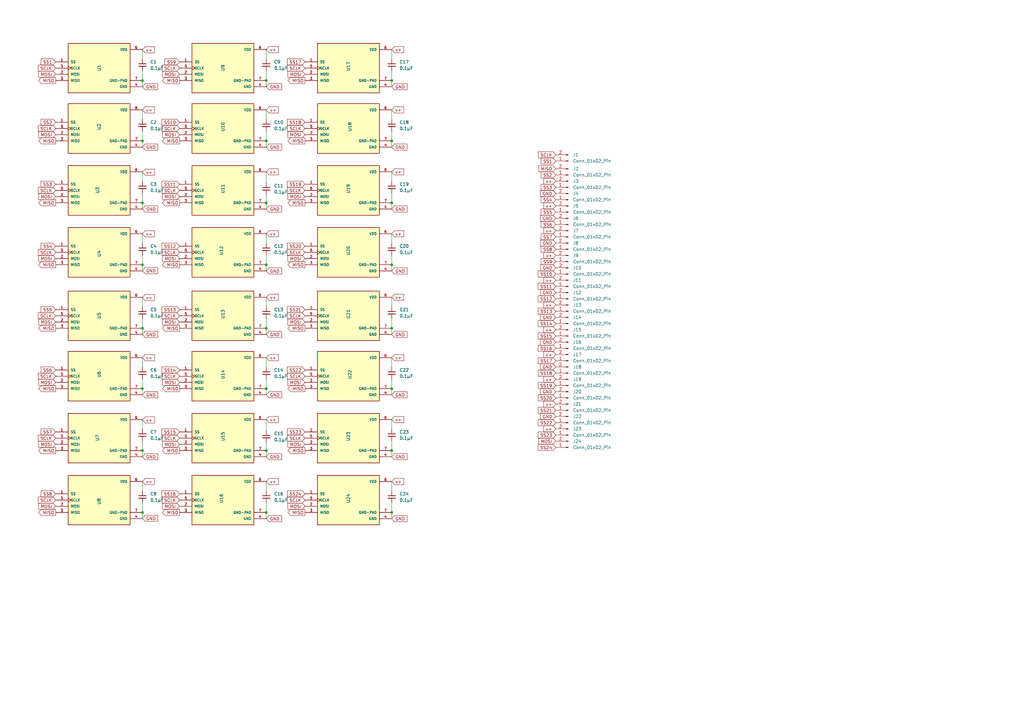
<source format=kicad_sch>
(kicad_sch (version 20230121) (generator eeschema)
  (paper "A3")
  (title_block (title "Magnetometer Array Board"))
  (lib_symbols
    (symbol "Connector:Conn_01x02_Pin" (pin_names (offset 1.016) hide)
      (property "Reference" "J" (at 0 2.54 0))
      (property "Value" "Conn_01x02_Pin" (at 0 -5.08 0))
      (symbol "Conn_01x02_Pin_1_1"
        (polyline (pts (xy 1.27 -2.54) (xy 0.8636 -2.54)) (stroke (width 0.1524)))
        (polyline (pts (xy 1.27 0) (xy 0.8636 0)) (stroke (width 0.1524)))
        (rectangle (start 0.8636 -2.413) (end 0 -2.667) (stroke (width 0.1524)) (fill (type outline)))
        (rectangle (start 0.8636 0.127) (end 0 -0.127) (stroke (width 0.1524)) (fill (type outline)))
        (pin passive line (at 5.08 0 180) (length 3.81) (name "Pin_1") (number "1"))
        (pin passive line (at 5.08 -2.54 180) (length 3.81) (name "Pin_2") (number "2"))
      )
    )
    (symbol "Device:C_Small" (pin_numbers hide) (pin_names (offset 0.254) hide)
      (property "Reference" "C" (at 0.254 1.778 0))
      (property "Value" "C_Small" (at 0.254 -2.032 0))
      (symbol "C_Small_0_1"
        (polyline (pts (xy -1.524 -0.508) (xy 1.524 -0.508)) (stroke (width 0.3302)))
        (polyline (pts (xy -1.524 0.508) (xy 1.524 0.508)) (stroke (width 0.3048)))
      )
      (symbol "C_Small_1_1"
        (pin passive line (at 0 2.54 270) (length 2.032) (name "~") (number "1"))
        (pin passive line (at 0 -2.54 90) (length 2.032) (name "~") (number "2"))
      )
    )
    (symbol "SM225-10E:SM225-10E" (pin_names (offset 1.016))
      (property "Reference" "U" (at -12.7 10.922 0))
      (property "Value" "SM225-10E" (at -12.7 -12.7 0))
      (symbol "SM225-10E_0_0"
        (rectangle (start -12.7 -10.16) (end 12.7 10.16) (stroke (width 0.254)) (fill (type background)))
        (pin input line (at -17.78 2.54 0) (length 5.08) (name "SS") (number "1"))
        (pin input line (at -17.78 -2.54 0) (length 5.08) (name "MOSI") (number "2"))
        (pin output line (at -17.78 -5.08 0) (length 5.08) (name "MISO") (number "3"))
        (pin power_in line (at 17.78 -7.62 180) (length 5.08) (name "GND") (number "4"))
        (pin input clock (at -17.78 0 0) (length 5.08) (name "SCLK") (number "5"))
        (pin power_in line (at 17.78 7.62 180) (length 5.08) (name "VDD") (number "6"))
        (pin power_in line (at 17.78 -5.08 180) (length 5.08) (name "GND-PAD") (number "7"))
      )
    )
  )
  (junction (at 58.42 134.62))
  (junction (at 58.42 108.585))
  (junction (at 58.42 159.385))
  (junction (at 58.42 57.785))
  (junction (at 109.22 134.62))
  (junction (at 109.22 108.585))
  (junction (at 160.655 159.385))
  (junction (at 160.655 184.785))
  (junction (at 160.655 210.185))
  (junction (at 109.22 57.785))
  (junction (at 109.22 83.185))
  (junction (at 58.42 33.02))
  (junction (at 160.655 33.02))
  (junction (at 109.22 159.385))
  (junction (at 160.655 83.185))
  (junction (at 109.22 33.02))
  (junction (at 160.655 57.785))
  (junction (at 58.42 210.185))
  (junction (at 109.22 210.185))
  (junction (at 58.42 83.185))
  (junction (at 160.655 108.585))
  (junction (at 109.22 184.785))
  (junction (at 58.42 184.785))
  (junction (at 160.655 134.62))
  (wire (pts (xy 160.655 83.185) (xy 160.655 85.725)))
  (wire (pts (xy 160.655 172.085) (xy 160.655 175.895)))
  (wire (pts (xy 160.655 95.885) (xy 160.655 99.695)))
  (wire (pts (xy 160.655 130.81) (xy 160.655 134.62)))
  (wire (pts (xy 109.22 159.385) (xy 109.22 161.925)))
  (wire (pts (xy 109.22 70.485) (xy 109.22 74.93)))
  (wire (pts (xy 109.22 104.775) (xy 109.22 108.585)))
  (wire (pts (xy 160.655 20.32) (xy 160.655 24.13)))
  (wire (pts (xy 160.655 184.785) (xy 160.655 187.325)))
  (wire (pts (xy 58.42 197.485) (xy 58.42 201.295)))
  (wire (pts (xy 58.42 29.21) (xy 58.42 33.02)))
  (wire (pts (xy 160.655 70.485) (xy 160.655 74.295)))
  (wire (pts (xy 58.42 57.785) (xy 58.42 60.325)))
  (wire (pts (xy 160.655 210.185) (xy 160.655 212.725)))
  (wire (pts (xy 109.22 20.32) (xy 109.22 24.13)))
  (wire (pts (xy 160.655 197.485) (xy 160.655 201.295)))
  (wire (pts (xy 160.655 104.775) (xy 160.655 108.585)))
  (wire (pts (xy 160.655 206.375) (xy 160.655 210.185)))
  (wire (pts (xy 58.42 53.975) (xy 58.42 57.785)))
  (wire (pts (xy 58.42 172.085) (xy 58.42 175.895)))
  (wire (pts (xy 109.22 172.085) (xy 109.22 176.53)))
  (wire (pts (xy 109.22 83.185) (xy 109.22 85.725)))
  (wire (pts (xy 109.22 29.21) (xy 109.22 33.02)))
  (wire (pts (xy 58.42 130.81) (xy 58.42 134.62)))
  (wire (pts (xy 160.655 108.585) (xy 160.655 111.125)))
  (wire (pts (xy 109.22 197.485) (xy 109.22 201.295)))
  (wire (pts (xy 58.42 95.885) (xy 58.42 99.695)))
  (wire (pts (xy 160.655 79.375) (xy 160.655 83.185)))
  (wire (pts (xy 109.22 108.585) (xy 109.22 111.125)))
  (wire (pts (xy 109.22 210.185) (xy 109.22 212.725)))
  (wire (pts (xy 58.42 134.62) (xy 58.42 137.16)))
  (wire (pts (xy 160.655 146.685) (xy 160.655 150.495)))
  (wire (pts (xy 160.655 155.575) (xy 160.655 159.385)))
  (wire (pts (xy 109.22 146.685) (xy 109.22 150.495)))
  (wire (pts (xy 58.42 180.975) (xy 58.42 184.785)))
  (wire (pts (xy 160.655 53.975) (xy 160.655 57.785)))
  (wire (pts (xy 109.22 181.61) (xy 109.22 184.785)))
  (wire (pts (xy 160.655 45.085) (xy 160.655 48.895)))
  (wire (pts (xy 58.42 108.585) (xy 58.42 111.125)))
  (wire (pts (xy 109.22 134.62) (xy 109.22 137.16)))
  (wire (pts (xy 58.42 210.185) (xy 58.42 212.725)))
  (wire (pts (xy 58.42 33.02) (xy 58.42 35.56)))
  (wire (pts (xy 58.42 184.785) (xy 58.42 187.325)))
  (wire (pts (xy 109.22 206.375) (xy 109.22 210.185)))
  (wire (pts (xy 58.42 159.385) (xy 58.42 161.925)))
  (wire (pts (xy 160.655 159.385) (xy 160.655 161.925)))
  (wire (pts (xy 109.22 121.92) (xy 109.22 125.73)))
  (wire (pts (xy 58.42 104.775) (xy 58.42 108.585)))
  (wire (pts (xy 58.42 79.375) (xy 58.42 83.185)))
  (wire (pts (xy 58.42 45.085) (xy 58.42 48.895)))
  (wire (pts (xy 160.655 180.975) (xy 160.655 184.785)))
  (wire (pts (xy 109.22 45.085) (xy 109.22 48.895)))
  (wire (pts (xy 160.655 121.92) (xy 160.655 125.73)))
  (wire (pts (xy 109.22 95.885) (xy 109.22 99.695)))
  (wire (pts (xy 160.655 57.785) (xy 160.655 60.325)))
  (wire (pts (xy 109.22 130.81) (xy 109.22 134.62)))
  (wire (pts (xy 58.42 206.375) (xy 58.42 210.185)))
  (wire (pts (xy 58.42 121.92) (xy 58.42 125.73)))
  (wire (pts (xy 109.22 80.01) (xy 109.22 83.185)))
  (wire (pts (xy 160.655 33.02) (xy 160.655 35.56)))
  (wire (pts (xy 58.42 70.485) (xy 58.42 74.295)))
  (wire (pts (xy 109.22 155.575) (xy 109.22 159.385)))
  (wire (pts (xy 109.22 184.785) (xy 109.22 187.325)))
  (wire (pts (xy 58.42 146.685) (xy 58.42 150.495)))
  (wire (pts (xy 160.655 29.21) (xy 160.655 33.02)))
  (wire (pts (xy 58.42 155.575) (xy 58.42 159.385)))
  (wire (pts (xy 160.655 134.62) (xy 160.655 137.16)))
  (wire (pts (xy 109.22 33.02) (xy 109.22 35.56)))
  (wire (pts (xy 58.42 20.32) (xy 58.42 24.13)))
  (wire (pts (xy 109.22 53.975) (xy 109.22 57.785)))
  (wire (pts (xy 109.22 57.785) (xy 109.22 60.325)))
  (wire (pts (xy 58.42 83.185) (xy 58.42 85.725)))
  (global_label "GND" (shape input) (at 58.42 137.16 0) (property "Intersheetrefs" "${INTERSHEET_REFS}" (effects hide)))
  (global_label "v+" (shape input) (at 227.965 74.295 180) (property "Intersheetrefs" "${INTERSHEET_REFS}" (effects hide)))
  (global_label "SS14" (shape input) (at 227.965 132.715 180) (property "Intersheetrefs" "${INTERSHEET_REFS}" (effects hide)))
  (global_label "MOSI" (shape input) (at 125.095 156.845 180) (property "Intersheetrefs" "${INTERSHEET_REFS}" (effects hide)))
  (global_label "GND" (shape input) (at 160.655 161.925 0) (property "Intersheetrefs" "${INTERSHEET_REFS}" (effects hide)))
  (global_label "SS3" (shape input) (at 227.965 76.835 180) (property "Intersheetrefs" "${INTERSHEET_REFS}" (effects hide)))
  (global_label "v+" (shape input) (at 58.42 197.485 0) (property "Intersheetrefs" "${INTERSHEET_REFS}" (effects hide)))
  (global_label "SCLK" (shape input) (at 22.86 78.105 180) (property "Intersheetrefs" "${INTERSHEET_REFS}" (effects hide)))
  (global_label "SCLK" (shape input) (at 73.66 52.705 180) (property "Intersheetrefs" "${INTERSHEET_REFS}" (effects hide)))
  (global_label "GND" (shape input) (at 109.22 187.325 0) (property "Intersheetrefs" "${INTERSHEET_REFS}" (effects hide)))
  (global_label "MISO" (shape output) (at 125.095 134.62 180) (property "Intersheetrefs" "${INTERSHEET_REFS}" (effects hide)))
  (global_label "GND" (shape input) (at 227.965 89.535 180) (property "Intersheetrefs" "${INTERSHEET_REFS}" (effects hide)))
  (global_label "SS23" (shape input) (at 125.095 177.165 180) (property "Intersheetrefs" "${INTERSHEET_REFS}" (effects hide)))
  (global_label "MOSI" (shape input) (at 73.66 106.045 180) (property "Intersheetrefs" "${INTERSHEET_REFS}" (effects hide)))
  (global_label "SS1" (shape input) (at 22.86 25.4 180) (property "Intersheetrefs" "${INTERSHEET_REFS}" (effects hide)))
  (global_label "v+" (shape input) (at 227.965 114.935 180) (property "Intersheetrefs" "${INTERSHEET_REFS}" (effects hide)))
  (global_label "SS11" (shape input) (at 227.965 117.475 180) (property "Intersheetrefs" "${INTERSHEET_REFS}" (effects hide)))
  (global_label "SCLK" (shape input) (at 125.095 27.94 180) (property "Intersheetrefs" "${INTERSHEET_REFS}" (effects hide)))
  (global_label "GND" (shape input) (at 58.42 187.325 0) (property "Intersheetrefs" "${INTERSHEET_REFS}" (effects hide)))
  (global_label "GND" (shape input) (at 227.965 140.335 180) (property "Intersheetrefs" "${INTERSHEET_REFS}" (effects hide)))
  (global_label "SS23" (shape input) (at 227.965 178.435 180) (property "Intersheetrefs" "${INTERSHEET_REFS}" (effects hide)))
  (global_label "GND" (shape input) (at 58.42 161.925 0) (property "Intersheetrefs" "${INTERSHEET_REFS}" (effects hide)))
  (global_label "SS6" (shape input) (at 227.965 92.075 180) (property "Intersheetrefs" "${INTERSHEET_REFS}" (effects hide)))
  (global_label "SS9" (shape input) (at 227.965 107.315 180) (property "Intersheetrefs" "${INTERSHEET_REFS}" (effects hide)))
  (global_label "MISO" (shape output) (at 73.66 33.02 180) (property "Intersheetrefs" "${INTERSHEET_REFS}" (effects hide)))
  (global_label "SCLK" (shape input) (at 22.86 205.105 180) (property "Intersheetrefs" "${INTERSHEET_REFS}" (effects hide)))
  (global_label "SS18" (shape input) (at 125.095 50.165 180) (property "Intersheetrefs" "${INTERSHEET_REFS}" (effects hide)))
  (global_label "v+" (shape input) (at 109.22 70.485 0) (property "Intersheetrefs" "${INTERSHEET_REFS}" (effects hide)))
  (global_label "GND" (shape input) (at 109.22 60.325 0) (property "Intersheetrefs" "${INTERSHEET_REFS}" (effects hide)))
  (global_label "v+" (shape input) (at 109.22 172.085 0) (property "Intersheetrefs" "${INTERSHEET_REFS}" (effects hide)))
  (global_label "SCLK" (shape input) (at 125.095 103.505 180) (property "Intersheetrefs" "${INTERSHEET_REFS}" (effects hide)))
  (global_label "MISO" (shape output) (at 73.66 184.785 180) (property "Intersheetrefs" "${INTERSHEET_REFS}" (effects hide)))
  (global_label "v+" (shape input) (at 227.965 84.455 180) (property "Intersheetrefs" "${INTERSHEET_REFS}" (effects hide)))
  (global_label "MISO" (shape output) (at 22.86 159.385 180) (property "Intersheetrefs" "${INTERSHEET_REFS}" (effects hide)))
  (global_label "MISO" (shape output) (at 73.66 134.62 180) (property "Intersheetrefs" "${INTERSHEET_REFS}" (effects hide)))
  (global_label "SS21" (shape input) (at 125.095 127 180) (property "Intersheetrefs" "${INTERSHEET_REFS}" (effects hide)))
  (global_label "MISO" (shape output) (at 125.095 210.185 180) (property "Intersheetrefs" "${INTERSHEET_REFS}" (effects hide)))
  (global_label "MOSI" (shape input) (at 73.66 207.645 180) (property "Intersheetrefs" "${INTERSHEET_REFS}" (effects hide)))
  (global_label "SCLK" (shape input) (at 22.86 27.94 180) (property "Intersheetrefs" "${INTERSHEET_REFS}" (effects hide)))
  (global_label "SS7" (shape input) (at 22.86 177.165 180) (property "Intersheetrefs" "${INTERSHEET_REFS}" (effects hide)))
  (global_label "SS20" (shape input) (at 125.095 100.965 180) (property "Intersheetrefs" "${INTERSHEET_REFS}" (effects hide)))
  (global_label "MOSI" (shape input) (at 73.66 132.08 180) (property "Intersheetrefs" "${INTERSHEET_REFS}" (effects hide)))
  (global_label "MOSI" (shape input) (at 22.86 55.245 180) (property "Intersheetrefs" "${INTERSHEET_REFS}" (effects hide)))
  (global_label "MISO" (shape output) (at 22.86 83.185 180) (property "Intersheetrefs" "${INTERSHEET_REFS}" (effects hide)))
  (global_label "SS13" (shape input) (at 227.965 127.635 180) (property "Intersheetrefs" "${INTERSHEET_REFS}" (effects hide)))
  (global_label "GND" (shape input) (at 160.655 60.325 0) (property "Intersheetrefs" "${INTERSHEET_REFS}" (effects hide)))
  (global_label "GND" (shape input) (at 109.22 85.725 0) (property "Intersheetrefs" "${INTERSHEET_REFS}" (effects hide)))
  (global_label "MOSI" (shape input) (at 73.66 55.245 180) (property "Intersheetrefs" "${INTERSHEET_REFS}" (effects hide)))
  (global_label "MOSI" (shape input) (at 73.66 156.845 180) (property "Intersheetrefs" "${INTERSHEET_REFS}" (effects hide)))
  (global_label "SS2" (shape input) (at 22.86 50.165 180) (property "Intersheetrefs" "${INTERSHEET_REFS}" (effects hide)))
  (global_label "GND" (shape input) (at 58.42 110.9806 0) (property "Intersheetrefs" "${INTERSHEET_REFS}" (effects hide)))
  (global_label "SS13" (shape input) (at 73.66 127 180) (property "Intersheetrefs" "${INTERSHEET_REFS}" (effects hide)))
  (global_label "v+" (shape input) (at 160.655 197.485 0) (property "Intersheetrefs" "${INTERSHEET_REFS}" (effects hide)))
  (global_label "SS16" (shape input) (at 73.66 202.565 180) (property "Intersheetrefs" "${INTERSHEET_REFS}" (effects hide)))
  (global_label "MOSI" (shape input) (at 125.095 80.645 180) (property "Intersheetrefs" "${INTERSHEET_REFS}" (effects hide)))
  (global_label "GND" (shape input) (at 227.965 170.815 180) (property "Intersheetrefs" "${INTERSHEET_REFS}" (effects hide)))
  (global_label "v+" (shape input) (at 227.965 125.095 180) (property "Intersheetrefs" "${INTERSHEET_REFS}" (effects hide)))
  (global_label "MOSI" (shape input) (at 22.86 106.045 180) (property "Intersheetrefs" "${INTERSHEET_REFS}" (effects hide)))
  (global_label "MISO" (shape output) (at 73.66 108.585 180) (property "Intersheetrefs" "${INTERSHEET_REFS}" (effects hide)))
  (global_label "GND" (shape input) (at 227.965 99.695 180) (property "Intersheetrefs" "${INTERSHEET_REFS}" (effects hide)))
  (global_label "GND" (shape input) (at 58.42 85.725 0) (property "Intersheetrefs" "${INTERSHEET_REFS}" (effects hide)))
  (global_label "GND" (shape input) (at 227.965 79.375 180) (property "Intersheetrefs" "${INTERSHEET_REFS}" (effects hide)))
  (global_label "v+" (shape input) (at 227.965 94.615 180) (property "Intersheetrefs" "${INTERSHEET_REFS}" (effects hide)))
  (global_label "SS18" (shape input) (at 227.965 153.035 180) (property "Intersheetrefs" "${INTERSHEET_REFS}" (effects hide)))
  (global_label "MOSI" (shape input) (at 22.86 30.48 180) (property "Intersheetrefs" "${INTERSHEET_REFS}" (effects hide)))
  (global_label "SS19" (shape input) (at 227.965 158.115 180) (property "Intersheetrefs" "${INTERSHEET_REFS}" (effects hide)))
  (global_label "v+" (shape input) (at 160.655 20.32 0) (property "Intersheetrefs" "${INTERSHEET_REFS}" (effects hide)))
  (global_label "GND" (shape input) (at 160.655 137.16 0) (property "Intersheetrefs" "${INTERSHEET_REFS}" (effects hide)))
  (global_label "MISO" (shape output) (at 22.86 210.185 180) (property "Intersheetrefs" "${INTERSHEET_REFS}" (effects hide)))
  (global_label "MOSI" (shape input) (at 22.86 132.08 180) (property "Intersheetrefs" "${INTERSHEET_REFS}" (effects hide)))
  (global_label "MISO" (shape output) (at 22.86 184.785 180) (property "Intersheetrefs" "${INTERSHEET_REFS}" (effects hide)))
  (global_label "SS10" (shape input) (at 227.965 112.395 180) (property "Intersheetrefs" "${INTERSHEET_REFS}" (effects hide)))
  (global_label "MOSI" (shape input) (at 227.965 180.975 180) (property "Intersheetrefs" "${INTERSHEET_REFS}" (effects hide)))
  (global_label "MISO" (shape output) (at 125.095 184.785 180) (property "Intersheetrefs" "${INTERSHEET_REFS}" (effects hide)))
  (global_label "MISO" (shape output) (at 73.66 83.185 180) (property "Intersheetrefs" "${INTERSHEET_REFS}" (effects hide)))
  (global_label "SCLK" (shape input) (at 125.095 129.54 180) (property "Intersheetrefs" "${INTERSHEET_REFS}" (effects hide)))
  (global_label "MISO" (shape output) (at 125.095 108.585 180) (property "Intersheetrefs" "${INTERSHEET_REFS}" (effects hide)))
  (global_label "SS11" (shape input) (at 73.66 75.565 180) (property "Intersheetrefs" "${INTERSHEET_REFS}" (effects hide)))
  (global_label "v+" (shape input) (at 160.655 172.085 0) (property "Intersheetrefs" "${INTERSHEET_REFS}" (effects hide)))
  (global_label "GND" (shape input) (at 227.965 120.015 180) (property "Intersheetrefs" "${INTERSHEET_REFS}" (effects hide)))
  (global_label "SS16" (shape input) (at 227.965 142.875 180) (property "Intersheetrefs" "${INTERSHEET_REFS}" (effects hide)))
  (global_label "v+" (shape input) (at 160.655 146.685 0) (property "Intersheetrefs" "${INTERSHEET_REFS}" (effects hide)))
  (global_label "MISO" (shape output) (at 22.86 57.785 180) (property "Intersheetrefs" "${INTERSHEET_REFS}" (effects hide)))
  (global_label "GND" (shape input) (at 109.22 35.56 0) (property "Intersheetrefs" "${INTERSHEET_REFS}" (effects hide)))
  (global_label "SS4" (shape input) (at 22.86 100.965 180) (property "Intersheetrefs" "${INTERSHEET_REFS}" (effects hide)))
  (global_label "SCLK" (shape input) (at 22.86 129.54 180) (property "Intersheetrefs" "${INTERSHEET_REFS}" (effects hide)))
  (global_label "MOSI" (shape input) (at 22.86 182.245 180) (property "Intersheetrefs" "${INTERSHEET_REFS}" (effects hide)))
  (global_label "v+" (shape input) (at 227.965 135.255 180) (property "Intersheetrefs" "${INTERSHEET_REFS}" (effects hide)))
  (global_label "MOSI" (shape input) (at 125.095 30.48 180) (property "Intersheetrefs" "${INTERSHEET_REFS}" (effects hide)))
  (global_label "MOSI" (shape input) (at 22.86 156.845 180) (property "Intersheetrefs" "${INTERSHEET_REFS}" (effects hide)))
  (global_label "GND" (shape input) (at 109.22 111.125 0) (property "Intersheetrefs" "${INTERSHEET_REFS}" (effects hide)))
  (global_label "v+" (shape input) (at 160.655 95.885 0) (property "Intersheetrefs" "${INTERSHEET_REFS}" (effects hide)))
  (global_label "SCLK" (shape input) (at 22.86 52.705 180) (property "Intersheetrefs" "${INTERSHEET_REFS}" (effects hide)))
  (global_label "MISO" (shape output) (at 73.66 57.785 180) (property "Intersheetrefs" "${INTERSHEET_REFS}" (effects hide)))
  (global_label "SCLK" (shape input) (at 125.095 78.105 180) (property "Intersheetrefs" "${INTERSHEET_REFS}" (effects hide)))
  (global_label "v+" (shape input) (at 160.655 45.085 0) (property "Intersheetrefs" "${INTERSHEET_REFS}" (effects hide)))
  (global_label "MOSI" (shape input) (at 125.095 182.245 180) (property "Intersheetrefs" "${INTERSHEET_REFS}" (effects hide)))
  (global_label "v+" (shape input) (at 227.965 175.895 180) (property "Intersheetrefs" "${INTERSHEET_REFS}" (effects hide)))
  (global_label "MOSI" (shape input) (at 125.095 207.645 180) (property "Intersheetrefs" "${INTERSHEET_REFS}" (effects hide)))
  (global_label "SCLK" (shape input) (at 73.66 129.54 180) (property "Intersheetrefs" "${INTERSHEET_REFS}" (effects hide)))
  (global_label "SS12" (shape input) (at 227.965 122.555 180) (property "Intersheetrefs" "${INTERSHEET_REFS}" (effects hide)))
  (global_label "GND" (shape input) (at 58.42 60.325 0) (property "Intersheetrefs" "${INTERSHEET_REFS}" (effects hide)))
  (global_label "MOSI" (shape input) (at 73.66 30.48 180) (property "Intersheetrefs" "${INTERSHEET_REFS}" (effects hide)))
  (global_label "MOSI" (shape input) (at 73.66 182.245 180) (property "Intersheetrefs" "${INTERSHEET_REFS}" (effects hide)))
  (global_label "v+" (shape input) (at 58.42 95.885 0) (property "Intersheetrefs" "${INTERSHEET_REFS}" (effects hide)))
  (global_label "SS6" (shape input) (at 22.86 151.765 180) (property "Intersheetrefs" "${INTERSHEET_REFS}" (effects hide)))
  (global_label "SS22" (shape input) (at 125.095 151.765 180) (property "Intersheetrefs" "${INTERSHEET_REFS}" (effects hide)))
  (global_label "v+" (shape input) (at 109.22 121.92 0) (property "Intersheetrefs" "${INTERSHEET_REFS}" (effects hide)))
  (global_label "MOSI" (shape input) (at 73.66 80.645 180) (property "Intersheetrefs" "${INTERSHEET_REFS}" (effects hide)))
  (global_label "GND" (shape input) (at 227.965 130.175 180) (property "Intersheetrefs" "${INTERSHEET_REFS}" (effects hide)))
  (global_label "SCLK" (shape input) (at 73.66 78.105 180) (property "Intersheetrefs" "${INTERSHEET_REFS}" (effects hide)))
  (global_label "v+" (shape input) (at 58.42 70.6397 0) (property "Intersheetrefs" "${INTERSHEET_REFS}" (effects hide)))
  (global_label "MOSI" (shape input) (at 125.095 55.245 180) (property "Intersheetrefs" "${INTERSHEET_REFS}" (effects hide)))
  (global_label "GND" (shape input) (at 160.655 111.125 0) (property "Intersheetrefs" "${INTERSHEET_REFS}" (effects hide)))
  (global_label "MISO" (shape output) (at 22.86 108.585 180) (property "Intersheetrefs" "${INTERSHEET_REFS}" (effects hide)))
  (global_label "SCLK" (shape input) (at 227.965 63.5 180) (property "Intersheetrefs" "${INTERSHEET_REFS}" (effects hide)))
  (global_label "v+" (shape input) (at 227.965 145.415 180) (property "Intersheetrefs" "${INTERSHEET_REFS}" (effects hide)))
  (global_label "SCLK" (shape input) (at 125.095 179.705 180) (property "Intersheetrefs" "${INTERSHEET_REFS}" (effects hide)))
  (global_label "GND" (shape input) (at 227.965 109.855 180) (property "Intersheetrefs" "${INTERSHEET_REFS}" (effects hide)))
  (global_label "SS17" (shape input) (at 227.965 147.955 180) (property "Intersheetrefs" "${INTERSHEET_REFS}" (effects hide)))
  (global_label "SCLK" (shape input) (at 73.66 205.105 180) (property "Intersheetrefs" "${INTERSHEET_REFS}" (effects hide)))
  (global_label "SCLK" (shape input) (at 125.095 52.705 180) (property "Intersheetrefs" "${INTERSHEET_REFS}" (effects hide)))
  (global_label "SS17" (shape input) (at 125.095 25.4 180) (property "Intersheetrefs" "${INTERSHEET_REFS}" (effects hide)))
  (global_label "GND" (shape input) (at 160.655 187.325 0) (property "Intersheetrefs" "${INTERSHEET_REFS}" (effects hide)))
  (global_label "SS3" (shape input) (at 22.86 75.565 180) (property "Intersheetrefs" "${INTERSHEET_REFS}" (effects hide)))
  (global_label "SS20" (shape input) (at 227.965 163.195 180) (property "Intersheetrefs" "${INTERSHEET_REFS}" (effects hide)))
  (global_label "MOSI" (shape input) (at 125.095 106.045 180) (property "Intersheetrefs" "${INTERSHEET_REFS}" (effects hide)))
  (global_label "GND" (shape input) (at 160.655 35.56 0) (property "Intersheetrefs" "${INTERSHEET_REFS}" (effects hide)))
  (global_label "MISO" (shape output) (at 125.095 83.185 180) (property "Intersheetrefs" "${INTERSHEET_REFS}" (effects hide)))
  (global_label "MOSI" (shape input) (at 22.86 80.645 180) (property "Intersheetrefs" "${INTERSHEET_REFS}" (effects hide)))
  (global_label "SS5" (shape input) (at 22.86 127 180) (property "Intersheetrefs" "${INTERSHEET_REFS}" (effects hide)))
  (global_label "SS5" (shape input) (at 227.965 86.995 180) (property "Intersheetrefs" "${INTERSHEET_REFS}" (effects hide)))
  (global_label "SS9" (shape input) (at 73.66 25.4 180) (property "Intersheetrefs" "${INTERSHEET_REFS}" (effects hide)))
  (global_label "SS24" (shape input) (at 227.965 183.515 180) (property "Intersheetrefs" "${INTERSHEET_REFS}" (effects hide)))
  (global_label "MOSI" (shape input) (at 22.86 207.645 180) (property "Intersheetrefs" "${INTERSHEET_REFS}" (effects hide)))
  (global_label "v+" (shape input) (at 227.965 155.575 180) (property "Intersheetrefs" "${INTERSHEET_REFS}" (effects hide)))
  (global_label "SS21" (shape input) (at 227.965 168.275 180) (property "Intersheetrefs" "${INTERSHEET_REFS}" (effects hide)))
  (global_label "SS2" (shape input) (at 227.965 71.755 180) (property "Intersheetrefs" "${INTERSHEET_REFS}" (effects hide)))
  (global_label "GND" (shape input) (at 109.22 212.725 0) (property "Intersheetrefs" "${INTERSHEET_REFS}" (effects hide)))
  (global_label "v+" (shape input) (at 160.655 121.92 0) (property "Intersheetrefs" "${INTERSHEET_REFS}" (effects hide)))
  (global_label "v+" (shape input) (at 109.22 197.485 0) (property "Intersheetrefs" "${INTERSHEET_REFS}" (effects hide)))
  (global_label "GND" (shape input) (at 227.965 150.495 180) (property "Intersheetrefs" "${INTERSHEET_REFS}" (effects hide)))
  (global_label "SCLK" (shape input) (at 125.095 205.105 180) (property "Intersheetrefs" "${INTERSHEET_REFS}" (effects hide)))
  (global_label "SS8" (shape input) (at 227.965 102.235 180) (property "Intersheetrefs" "${INTERSHEET_REFS}" (effects hide)))
  (global_label "SCLK" (shape input) (at 125.095 154.305 180) (property "Intersheetrefs" "${INTERSHEET_REFS}" (effects hide)))
  (global_label "SS8" (shape input) (at 22.86 202.565 180) (property "Intersheetrefs" "${INTERSHEET_REFS}" (effects hide)))
  (global_label "SS7" (shape input) (at 227.965 97.155 180) (property "Intersheetrefs" "${INTERSHEET_REFS}" (effects hide)))
  (global_label "v+" (shape input) (at 58.42 45.085 0) (property "Intersheetrefs" "${INTERSHEET_REFS}" (effects hide)))
  (global_label "MISO" (shape output) (at 73.66 210.185 180) (property "Intersheetrefs" "${INTERSHEET_REFS}" (effects hide)))
  (global_label "v+" (shape input) (at 109.22 20.32 0) (property "Intersheetrefs" "${INTERSHEET_REFS}" (effects hide)))
  (global_label "GND" (shape input) (at 58.42 35.56 0) (property "Intersheetrefs" "${INTERSHEET_REFS}" (effects hide)))
  (global_label "GND" (shape input) (at 109.22 161.925 0) (property "Intersheetrefs" "${INTERSHEET_REFS}" (effects hide)))
  (global_label "SS22" (shape input) (at 227.965 173.355 180) (property "Intersheetrefs" "${INTERSHEET_REFS}" (effects hide)))
  (global_label "MISO" (shape output) (at 125.095 159.385 180) (property "Intersheetrefs" "${INTERSHEET_REFS}" (effects hide)))
  (global_label "SS10" (shape input) (at 73.66 50.165 180) (property "Intersheetrefs" "${INTERSHEET_REFS}" (effects hide)))
  (global_label "SS24" (shape input) (at 125.095 202.565 180) (property "Intersheetrefs" "${INTERSHEET_REFS}" (effects hide)))
  (global_label "SS15" (shape input) (at 73.66 177.165 180) (property "Intersheetrefs" "${INTERSHEET_REFS}" (effects hide)))
  (global_label "v+" (shape input) (at 58.42 20.4246 0) (property "Intersheetrefs" "${INTERSHEET_REFS}" (effects hide)))
  (global_label "SCLK" (shape input) (at 73.66 179.705 180) (property "Intersheetrefs" "${INTERSHEET_REFS}" (effects hide)))
  (global_label "GND" (shape input) (at 227.965 160.655 180) (property "Intersheetrefs" "${INTERSHEET_REFS}" (effects hide)))
  (global_label "v+" (shape input) (at 227.965 165.735 180) (property "Intersheetrefs" "${INTERSHEET_REFS}" (effects hide)))
  (global_label "MISO" (shape input) (at 227.965 69.215 180) (property "Intersheetrefs" "${INTERSHEET_REFS}" (effects hide)))
  (global_label "v+" (shape input) (at 109.22 45.085 0) (property "Intersheetrefs" "${INTERSHEET_REFS}" (effects hide)))
  (global_label "SS14" (shape input) (at 73.66 151.765 180) (property "Intersheetrefs" "${INTERSHEET_REFS}" (effects hide)))
  (global_label "GND" (shape input) (at 160.655 212.725 0) (property "Intersheetrefs" "${INTERSHEET_REFS}" (effects hide)))
  (global_label "v+" (shape input) (at 160.655 70.485 0) (property "Intersheetrefs" "${INTERSHEET_REFS}" (effects hide)))
  (global_label "SCLK" (shape input) (at 22.86 154.305 180) (property "Intersheetrefs" "${INTERSHEET_REFS}" (effects hide)))
  (global_label "SCLK" (shape input) (at 22.86 179.705 180) (property "Intersheetrefs" "${INTERSHEET_REFS}" (effects hide)))
  (global_label "SS19" (shape input) (at 125.095 75.565 180) (property "Intersheetrefs" "${INTERSHEET_REFS}" (effects hide)))
  (global_label "MOSI" (shape input) (at 125.095 132.08 180) (property "Intersheetrefs" "${INTERSHEET_REFS}" (effects hide)))
  (global_label "SS1" (shape input) (at 227.965 66.04 180) (property "Intersheetrefs" "${INTERSHEET_REFS}" (effects hide)))
  (global_label "v+" (shape input) (at 58.42 122.0246 0) (property "Intersheetrefs" "${INTERSHEET_REFS}" (effects hide)))
  (global_label "SS12" (shape input) (at 73.66 100.965 180) (property "Intersheetrefs" "${INTERSHEET_REFS}" (effects hide)))
  (global_label "SCLK" (shape input) (at 73.66 154.305 180) (property "Intersheetrefs" "${INTERSHEET_REFS}" (effects hide)))
  (global_label "GND" (shape input) (at 109.22 137.16 0) (property "Intersheetrefs" "${INTERSHEET_REFS}" (effects hide)))
  (global_label "v+" (shape input) (at 58.42 146.685 0) (property "Intersheetrefs" "${INTERSHEET_REFS}" (effects hide)))
  (global_label "MISO" (shape output) (at 73.66 159.385 180) (property "Intersheetrefs" "${INTERSHEET_REFS}" (effects hide)))
  (global_label "GND" (shape input) (at 160.655 85.725 0) (property "Intersheetrefs" "${INTERSHEET_REFS}" (effects hide)))
  (global_label "SS4" (shape input) (at 227.965 81.915 180) (property "Intersheetrefs" "${INTERSHEET_REFS}" (effects hide)))
  (global_label "SS15" (shape input) (at 227.965 137.795 180) (property "Intersheetrefs" "${INTERSHEET_REFS}" (effects hide)))
  (global_label "SCLK" (shape input) (at 22.86 103.505 180) (property "Intersheetrefs" "${INTERSHEET_REFS}" (effects hide)))
  (global_label "v+" (shape input) (at 109.22 95.885 0) (property "Intersheetrefs" "${INTERSHEET_REFS}" (effects hide)))
  (global_label "MISO" (shape output) (at 22.86 134.62 180) (property "Intersheetrefs" "${INTERSHEET_REFS}" (effects hide)))
  (global_label "SCLK" (shape input) (at 73.66 103.505 180) (property "Intersheetrefs" "${INTERSHEET_REFS}" (effects hide)))
  (global_label "MISO" (shape output) (at 125.095 57.785 180) (property "Intersheetrefs" "${INTERSHEET_REFS}" (effects hide)))
  (global_label "MISO" (shape output) (at 125.095 33.02 180) (property "Intersheetrefs" "${INTERSHEET_REFS}" (effects hide)))
  (global_label "v+" (shape input) (at 227.965 104.775 180) (property "Intersheetrefs" "${INTERSHEET_REFS}" (effects hide)))
  (global_label "GND" (shape input) (at 58.42 212.5806 0) (property "Intersheetrefs" "${INTERSHEET_REFS}" (effects hide)))
  (global_label "v+" (shape input) (at 58.42 172.2397 0) (property "Intersheetrefs" "${INTERSHEET_REFS}" (effects hide)))
  (global_label "MISO" (shape output) (at 22.86 33.02 180) (property "Intersheetrefs" "${INTERSHEET_REFS}" (effects hide)))
  (global_label "SCLK" (shape input) (at 73.66 27.94 180) (property "Intersheetrefs" "${INTERSHEET_REFS}" (effects hide)))
  (global_label "v+" (shape input) (at 109.22 146.685 0) (property "Intersheetrefs" "${INTERSHEET_REFS}" (effects hide)))
  (symbol (lib_id "Device:C_Small") (at 160.655 102.235 0) (unit 1)
    (property "Reference" "C20" (at 163.83 100.9713 0) (effects (justify left)))
    (property "Value" "0.1µF" (at 163.83 103.5113 0) (effects (justify left)))
    (property "Footprint" "Capacitor_SMD:C_0201_0603Metric" (effects hide))
  )
  (symbol (lib_id "SM225-10E:SM225-10E") (at 91.44 154.305 0) (unit 1)
    (property "Reference" "U14" (at 91.44 155.575 90) (effects (justify left)))
    (property "Value" "SM225-10E" (effects hide))
    (property "Footprint" "Own_Library:NVE SM225 10E" (effects hide))
    (property "PARTREV" "D" (effects hide))
    (property "STANDARD" "IPC-7351B" (effects hide))
    (property "MAXIMUM_PACKAGE_HEIGHT" "0.8mm" (effects hide))
    (property "MANUFACTURER" "NVE" (effects hide))
  )
  (symbol (lib_id "Connector:Conn_01x02_Pin") (at 233.045 183.515 180) (unit 1)
    (property "Reference" "J24" (at 234.95 180.975 0) (effects (justify right)))
    (property "Value" "Conn_01x02_Pin" (at 234.95 183.515 0) (effects (justify right)))
    (property "Footprint" "Own_Library:mill_max 328-HORIZONTAL SURFACE MOUNT HEADER" (effects hide))
  )
  (symbol (lib_id "Device:C_Small") (at 58.42 153.035 0) (unit 1)
    (property "Reference" "C6" (at 61.595 151.7713 0) (effects (justify left)))
    (property "Value" "0.1µF" (at 61.595 154.3113 0) (effects (justify left)))
    (property "Footprint" "Capacitor_SMD:C_0201_0603Metric" (effects hide))
  )
  (symbol (lib_id "SM225-10E:SM225-10E") (at 142.875 103.505 0) (unit 1)
    (property "Reference" "U20" (at 142.875 104.775 90) (effects (justify left)))
    (property "Value" "SM225-10E" (effects hide))
    (property "Footprint" "Own_Library:NVE SM225 10E" (effects hide))
    (property "PARTREV" "D" (effects hide))
    (property "STANDARD" "IPC-7351B" (effects hide))
    (property "MAXIMUM_PACKAGE_HEIGHT" "0.8mm" (effects hide))
    (property "MANUFACTURER" "NVE" (effects hide))
  )
  (symbol (lib_id "Connector:Conn_01x02_Pin") (at 233.045 117.475 180) (unit 1)
    (property "Reference" "J11" (at 234.95 114.935 0) (effects (justify right)))
    (property "Value" "Conn_01x02_Pin" (at 234.95 117.475 0) (effects (justify right)))
    (property "Footprint" "Own_Library:mill_max 328-HORIZONTAL SURFACE MOUNT HEADER" (effects hide))
  )
  (symbol (lib_id "Connector:Conn_01x02_Pin") (at 233.045 81.915 180) (unit 1)
    (property "Reference" "J4" (at 234.95 79.375 0) (effects (justify right)))
    (property "Value" "Conn_01x02_Pin" (at 234.95 81.915 0) (effects (justify right)))
    (property "Footprint" "Own_Library:mill_max 328-HORIZONTAL SURFACE MOUNT HEADER" (effects hide))
  )
  (symbol (lib_id "SM225-10E:SM225-10E") (at 40.64 129.54 0) (unit 1)
    (property "Reference" "U5" (at 40.64 130.81 90) (effects (justify left)))
    (property "Value" "SM225-10E" (effects hide))
    (property "Footprint" "Own_Library:NVE SM225 10E" (effects hide))
    (property "PARTREV" "D" (effects hide))
    (property "STANDARD" "IPC-7351B" (effects hide))
    (property "MAXIMUM_PACKAGE_HEIGHT" "0.8mm" (effects hide))
    (property "MANUFACTURER" "NVE" (effects hide))
  )
  (symbol (lib_id "Device:C_Small") (at 109.22 203.835 0) (unit 1)
    (property "Reference" "C16" (at 112.395 202.5713 0) (effects (justify left)))
    (property "Value" "0.1µF" (at 112.395 205.1113 0) (effects (justify left)))
    (property "Footprint" "Capacitor_SMD:C_0201_0603Metric" (effects hide))
  )
  (symbol (lib_id "SM225-10E:SM225-10E") (at 40.64 78.105 0) (unit 1)
    (property "Reference" "U3" (at 40.005 79.375 90) (effects (justify left)))
    (property "Value" "SM225-10E" (effects hide))
    (property "Footprint" "Own_Library:NVE SM225 10E" (effects hide))
    (property "PARTREV" "D" (effects hide))
    (property "STANDARD" "IPC-7351B" (effects hide))
    (property "MAXIMUM_PACKAGE_HEIGHT" "0.8mm" (effects hide))
    (property "MANUFACTURER" "NVE" (effects hide))
  )
  (symbol (lib_id "Connector:Conn_01x02_Pin") (at 233.045 102.235 180) (unit 1)
    (property "Reference" "J8" (at 234.95 99.695 0) (effects (justify right)))
    (property "Value" "Conn_01x02_Pin" (at 234.95 102.235 0) (effects (justify right)))
    (property "Footprint" "Own_Library:mill_max 328-HORIZONTAL SURFACE MOUNT HEADER" (effects hide))
  )
  (symbol (lib_id "Device:C_Small") (at 58.42 102.235 0) (unit 1)
    (property "Reference" "C4" (at 61.595 100.9713 0) (effects (justify left)))
    (property "Value" "0.1µF" (at 61.595 103.5113 0) (effects (justify left)))
    (property "Footprint" "Capacitor_SMD:C_0201_0603Metric" (effects hide))
  )
  (symbol (lib_id "SM225-10E:SM225-10E") (at 142.875 154.305 0) (unit 1)
    (property "Reference" "U22" (at 143.51 155.575 90) (effects (justify left)))
    (property "Value" "SM225-10E" (effects hide))
    (property "Footprint" "Own_Library:NVE SM225 10E" (effects hide))
    (property "PARTREV" "D" (effects hide))
    (property "STANDARD" "IPC-7351B" (effects hide))
    (property "MAXIMUM_PACKAGE_HEIGHT" "0.8mm" (effects hide))
    (property "MANUFACTURER" "NVE" (effects hide))
  )
  (symbol (lib_id "Device:C_Small") (at 58.42 203.835 0) (unit 1)
    (property "Reference" "C8" (at 61.595 202.5713 0) (effects (justify left)))
    (property "Value" "0.1µF" (at 61.595 205.1113 0) (effects (justify left)))
    (property "Footprint" "Capacitor_SMD:C_0201_0603Metric" (effects hide))
  )
  (symbol (lib_id "Device:C_Small") (at 109.22 77.47 0) (unit 1)
    (property "Reference" "C11" (at 112.395 76.2063 0) (effects (justify left)))
    (property "Value" "0.1µF" (at 112.395 78.7463 0) (effects (justify left)))
    (property "Footprint" "Capacitor_SMD:C_0201_0603Metric" (effects hide))
  )
  (symbol (lib_id "SM225-10E:SM225-10E") (at 142.875 27.94 0) (unit 1)
    (property "Reference" "U17" (at 142.875 29.21 90) (effects (justify left)))
    (property "Value" "SM225-10E" (effects hide))
    (property "Footprint" "Own_Library:NVE SM225 10E" (effects hide))
    (property "PARTREV" "D" (effects hide))
    (property "STANDARD" "IPC-7351B" (effects hide))
    (property "MAXIMUM_PACKAGE_HEIGHT" "0.8mm" (effects hide))
    (property "MANUFACTURER" "NVE" (effects hide))
  )
  (symbol (lib_id "Device:C_Small") (at 58.42 178.435 0) (unit 1)
    (property "Reference" "C7" (at 61.595 177.1713 0) (effects (justify left)))
    (property "Value" "0.1µF" (at 61.595 179.7113 0) (effects (justify left)))
    (property "Footprint" "Capacitor_SMD:C_0201_0603Metric" (effects hide))
  )
  (symbol (lib_id "SM225-10E:SM225-10E") (at 142.875 129.54 0) (unit 1)
    (property "Reference" "U21" (at 142.875 130.81 90) (effects (justify left)))
    (property "Value" "SM225-10E" (effects hide))
    (property "Footprint" "Own_Library:NVE SM225 10E" (effects hide))
    (property "PARTREV" "D" (effects hide))
    (property "STANDARD" "IPC-7351B" (effects hide))
    (property "MAXIMUM_PACKAGE_HEIGHT" "0.8mm" (effects hide))
    (property "MANUFACTURER" "NVE" (effects hide))
  )
  (symbol (lib_id "SM225-10E:SM225-10E") (at 40.64 179.705 0) (unit 1)
    (property "Reference" "U7" (at 40.005 180.975 90) (effects (justify left)))
    (property "Value" "SM225-10E" (effects hide))
    (property "Footprint" "Own_Library:NVE SM225 10E" (effects hide))
    (property "PARTREV" "D" (effects hide))
    (property "STANDARD" "IPC-7351B" (effects hide))
    (property "MAXIMUM_PACKAGE_HEIGHT" "0.8mm" (effects hide))
    (property "MANUFACTURER" "NVE" (effects hide))
  )
  (symbol (lib_id "Connector:Conn_01x02_Pin") (at 233.045 132.715 180) (unit 1)
    (property "Reference" "J14" (at 234.95 130.175 0) (effects (justify right)))
    (property "Value" "Conn_01x02_Pin" (at 234.95 132.715 0) (effects (justify right)))
    (property "Footprint" "Own_Library:mill_max 328-HORIZONTAL SURFACE MOUNT HEADER" (effects hide))
  )
  (symbol (lib_id "Connector:Conn_01x02_Pin") (at 233.045 147.955 180) (unit 1)
    (property "Reference" "J17" (at 234.95 145.415 0) (effects (justify right)))
    (property "Value" "Conn_01x02_Pin" (at 234.95 147.955 0) (effects (justify right)))
    (property "Footprint" "Own_Library:mill_max 328-HORIZONTAL SURFACE MOUNT HEADER" (effects hide))
  )
  (symbol (lib_id "Device:C_Small") (at 109.22 153.035 0) (unit 1)
    (property "Reference" "C14" (at 112.395 151.7713 0) (effects (justify left)))
    (property "Value" "0.1µF" (at 112.395 154.3113 0) (effects (justify left)))
    (property "Footprint" "Capacitor_SMD:C_0201_0603Metric" (effects hide))
  )
  (symbol (lib_id "SM225-10E:SM225-10E") (at 40.64 154.305 0) (unit 1)
    (property "Reference" "U6" (at 40.64 154.94 90) (effects (justify left)))
    (property "Value" "SM225-10E" (effects hide))
    (property "Footprint" "Own_Library:NVE SM225 10E" (effects hide))
    (property "PARTREV" "D" (effects hide))
    (property "STANDARD" "IPC-7351B" (effects hide))
    (property "MAXIMUM_PACKAGE_HEIGHT" "0.8mm" (effects hide))
    (property "MANUFACTURER" "NVE" (effects hide))
  )
  (symbol (lib_id "SM225-10E:SM225-10E") (at 142.875 205.105 0) (unit 1)
    (property "Reference" "U24" (at 142.875 206.375 90) (effects (justify left)))
    (property "Value" "SM225-10E" (effects hide))
    (property "Footprint" "Own_Library:NVE SM225 10E" (effects hide))
    (property "PARTREV" "D" (effects hide))
    (property "STANDARD" "IPC-7351B" (effects hide))
    (property "MAXIMUM_PACKAGE_HEIGHT" "0.8mm" (effects hide))
    (property "MANUFACTURER" "NVE" (effects hide))
  )
  (symbol (lib_id "SM225-10E:SM225-10E") (at 40.64 103.505 0) (unit 1)
    (property "Reference" "U4" (at 40.64 105.41 90) (effects (justify left)))
    (property "Value" "SM225-10E" (effects hide))
    (property "Footprint" "Own_Library:NVE SM225 10E" (effects hide))
    (property "PARTREV" "D" (effects hide))
    (property "STANDARD" "IPC-7351B" (effects hide))
    (property "MAXIMUM_PACKAGE_HEIGHT" "0.8mm" (effects hide))
    (property "MANUFACTURER" "NVE" (effects hide))
  )
  (symbol (lib_id "Connector:Conn_01x02_Pin") (at 233.045 178.435 180) (unit 1)
    (property "Reference" "J23" (at 234.95 175.895 0) (effects (justify right)))
    (property "Value" "Conn_01x02_Pin" (at 234.95 178.435 0) (effects (justify right)))
    (property "Footprint" "Own_Library:mill_max 328-HORIZONTAL SURFACE MOUNT HEADER" (effects hide))
  )
  (symbol (lib_id "SM225-10E:SM225-10E") (at 40.64 52.705 0) (unit 1)
    (property "Reference" "U2" (at 40.64 53.34 90) (effects (justify left)))
    (property "Value" "SM225-10E" (effects hide))
    (property "Footprint" "Own_Library:NVE SM225 10E" (effects hide))
    (property "PARTREV" "D" (effects hide))
    (property "STANDARD" "IPC-7351B" (effects hide))
    (property "MAXIMUM_PACKAGE_HEIGHT" "0.8mm" (effects hide))
    (property "MANUFACTURER" "NVE" (effects hide))
  )
  (symbol (lib_id "Connector:Conn_01x02_Pin") (at 233.045 86.995 180) (unit 1)
    (property "Reference" "J5" (at 234.95 84.455 0) (effects (justify right)))
    (property "Value" "Conn_01x02_Pin" (at 234.95 86.995 0) (effects (justify right)))
    (property "Footprint" "Own_Library:mill_max 328-HORIZONTAL SURFACE MOUNT HEADER" (effects hide))
  )
  (symbol (lib_id "SM225-10E:SM225-10E") (at 91.44 179.705 0) (unit 1)
    (property "Reference" "U15" (at 91.44 180.975 90) (effects (justify left)))
    (property "Value" "SM225-10E" (effects hide))
    (property "Footprint" "Own_Library:NVE SM225 10E" (effects hide))
    (property "PARTREV" "D" (effects hide))
    (property "STANDARD" "IPC-7351B" (effects hide))
    (property "MAXIMUM_PACKAGE_HEIGHT" "0.8mm" (effects hide))
    (property "MANUFACTURER" "NVE" (effects hide))
  )
  (symbol (lib_id "Connector:Conn_01x02_Pin") (at 233.045 122.555 180) (unit 1)
    (property "Reference" "J12" (at 234.95 120.015 0) (effects (justify right)))
    (property "Value" "Conn_01x02_Pin" (at 234.95 122.555 0) (effects (justify right)))
    (property "Footprint" "Own_Library:mill_max 328-HORIZONTAL SURFACE MOUNT HEADER" (effects hide))
  )
  (symbol (lib_id "Device:C_Small") (at 160.655 26.67 0) (unit 1)
    (property "Reference" "C17" (at 163.83 25.4063 0) (effects (justify left)))
    (property "Value" "0.1µF" (at 163.83 27.9463 0) (effects (justify left)))
    (property "Footprint" "Capacitor_SMD:C_0201_0603Metric" (effects hide))
  )
  (symbol (lib_id "Device:C_Small") (at 160.655 128.27 0) (unit 1)
    (property "Reference" "C21" (at 163.83 127.0063 0) (effects (justify left)))
    (property "Value" "0.1µF" (at 163.83 129.5463 0) (effects (justify left)))
    (property "Footprint" "Capacitor_SMD:C_0201_0603Metric" (effects hide))
  )
  (symbol (lib_id "Connector:Conn_01x02_Pin") (at 233.045 66.04 180) (unit 1)
    (property "Reference" "J1" (at 234.95 63.5 0) (effects (justify right)))
    (property "Value" "Conn_01x02_Pin" (at 234.95 66.04 0) (effects (justify right)))
    (property "Footprint" "Own_Library:mill_max 328-HORIZONTAL SURFACE MOUNT HEADER" (effects hide))
  )
  (symbol (lib_id "Connector:Conn_01x02_Pin") (at 233.045 173.355 180) (unit 1)
    (property "Reference" "J22" (at 234.95 170.815 0) (effects (justify right)))
    (property "Value" "Conn_01x02_Pin" (at 234.95 173.355 0) (effects (justify right)))
    (property "Footprint" "Own_Library:mill_max 328-HORIZONTAL SURFACE MOUNT HEADER" (effects hide))
  )
  (symbol (lib_id "SM225-10E:SM225-10E") (at 91.44 27.94 0) (unit 1)
    (property "Reference" "U9" (at 91.44 29.21 90) (effects (justify left)))
    (property "Value" "SM225-10E" (effects hide))
    (property "Footprint" "Own_Library:NVE SM225 10E" (effects hide))
    (property "PARTREV" "D" (effects hide))
    (property "STANDARD" "IPC-7351B" (effects hide))
    (property "MAXIMUM_PACKAGE_HEIGHT" "0.8mm" (effects hide))
    (property "MANUFACTURER" "NVE" (effects hide))
  )
  (symbol (lib_id "Connector:Conn_01x02_Pin") (at 233.045 127.635 180) (unit 1)
    (property "Reference" "J13" (at 234.95 125.095 0) (effects (justify right)))
    (property "Value" "Conn_01x02_Pin" (at 234.95 127.635 0) (effects (justify right)))
    (property "Footprint" "Own_Library:mill_max 328-HORIZONTAL SURFACE MOUNT HEADER" (effects hide))
  )
  (symbol (lib_id "SM225-10E:SM225-10E") (at 40.64 27.94 0) (unit 1)
    (property "Reference" "U1" (at 40.64 29.21 90) (effects (justify left)))
    (property "Value" "SM225-10E" (effects hide))
    (property "Footprint" "Own_Library:NVE SM225 10E" (effects hide))
    (property "PARTREV" "D" (effects hide))
    (property "STANDARD" "IPC-7351B" (effects hide))
    (property "MAXIMUM_PACKAGE_HEIGHT" "0.8mm" (effects hide))
    (property "MANUFACTURER" "NVE" (effects hide))
  )
  (symbol (lib_id "Device:C_Small") (at 58.42 76.835 0) (unit 1)
    (property "Reference" "C3" (at 61.595 75.5713 0) (effects (justify left)))
    (property "Value" "0.1µF" (at 61.595 78.1113 0) (effects (justify left)))
    (property "Footprint" "Capacitor_SMD:C_0201_0603Metric" (effects hide))
  )
  (symbol (lib_id "Device:C_Small") (at 160.655 153.035 0) (unit 1)
    (property "Reference" "C22" (at 163.83 151.7713 0) (effects (justify left)))
    (property "Value" "0.1µF" (at 163.83 154.3113 0) (effects (justify left)))
    (property "Footprint" "Capacitor_SMD:C_0201_0603Metric" (effects hide))
  )
  (symbol (lib_id "Connector:Conn_01x02_Pin") (at 233.045 158.115 180) (unit 1)
    (property "Reference" "J19" (at 234.95 155.575 0) (effects (justify right)))
    (property "Value" "Conn_01x02_Pin" (at 234.95 158.115 0) (effects (justify right)))
    (property "Footprint" "Own_Library:mill_max 328-HORIZONTAL SURFACE MOUNT HEADER" (effects hide))
  )
  (symbol (lib_id "Device:C_Small") (at 160.655 203.835 0) (unit 1)
    (property "Reference" "C24" (at 163.83 202.5713 0) (effects (justify left)))
    (property "Value" "0.1µF" (at 163.83 205.1113 0) (effects (justify left)))
    (property "Footprint" "Capacitor_SMD:C_0201_0603Metric" (effects hide))
  )
  (symbol (lib_id "Connector:Conn_01x02_Pin") (at 233.045 163.195 180) (unit 1)
    (property "Reference" "J20" (at 234.95 160.655 0) (effects (justify right)))
    (property "Value" "Conn_01x02_Pin" (at 234.95 163.195 0) (effects (justify right)))
    (property "Footprint" "Own_Library:mill_max 328-HORIZONTAL SURFACE MOUNT HEADER" (effects hide))
  )
  (symbol (lib_id "SM225-10E:SM225-10E") (at 91.44 52.705 0) (unit 1)
    (property "Reference" "U10" (at 91.44 53.975 90) (effects (justify left)))
    (property "Value" "SM225-10E" (effects hide))
    (property "Footprint" "Own_Library:NVE SM225 10E" (effects hide))
    (property "PARTREV" "D" (effects hide))
    (property "STANDARD" "IPC-7351B" (effects hide))
    (property "MAXIMUM_PACKAGE_HEIGHT" "0.8mm" (effects hide))
    (property "MANUFACTURER" "NVE" (effects hide))
  )
  (symbol (lib_id "SM225-10E:SM225-10E") (at 142.875 179.705 0) (unit 1)
    (property "Reference" "U23" (at 142.875 180.975 90) (effects (justify left)))
    (property "Value" "SM225-10E" (effects hide))
    (property "Footprint" "Own_Library:NVE SM225 10E" (effects hide))
    (property "PARTREV" "D" (effects hide))
    (property "STANDARD" "IPC-7351B" (effects hide))
    (property "MAXIMUM_PACKAGE_HEIGHT" "0.8mm" (effects hide))
    (property "MANUFACTURER" "NVE" (effects hide))
  )
  (symbol (lib_id "Device:C_Small") (at 109.22 51.435 0) (unit 1)
    (property "Reference" "C10" (at 112.395 50.1713 0) (effects (justify left)))
    (property "Value" "0.1µF" (at 112.395 52.7113 0) (effects (justify left)))
    (property "Footprint" "Capacitor_SMD:C_0201_0603Metric" (effects hide))
  )
  (symbol (lib_id "Device:C_Small") (at 160.655 178.435 0) (unit 1)
    (property "Reference" "C23" (at 163.83 177.1713 0) (effects (justify left)))
    (property "Value" "0.1µF" (at 163.83 179.7113 0) (effects (justify left)))
    (property "Footprint" "Capacitor_SMD:C_0201_0603Metric" (effects hide))
  )
  (symbol (lib_id "Device:C_Small") (at 109.22 26.67 0) (unit 1)
    (property "Reference" "C9" (at 112.395 25.4063 0) (effects (justify left)))
    (property "Value" "0.1µF" (at 112.395 27.9463 0) (effects (justify left)))
    (property "Footprint" "Capacitor_SMD:C_0201_0603Metric" (effects hide))
  )
  (symbol (lib_id "Connector:Conn_01x02_Pin") (at 233.045 168.275 180) (unit 1)
    (property "Reference" "J21" (at 234.95 165.735 0) (effects (justify right)))
    (property "Value" "Conn_01x02_Pin" (at 234.95 168.275 0) (effects (justify right)))
    (property "Footprint" "Own_Library:mill_max 328-HORIZONTAL SURFACE MOUNT HEADER" (effects hide))
  )
  (symbol (lib_id "Connector:Conn_01x02_Pin") (at 233.045 92.075 180) (unit 1)
    (property "Reference" "J6" (at 234.95 89.535 0) (effects (justify right)))
    (property "Value" "Conn_01x02_Pin" (at 234.95 92.075 0) (effects (justify right)))
    (property "Footprint" "Own_Library:mill_max 328-HORIZONTAL SURFACE MOUNT HEADER" (effects hide))
  )
  (symbol (lib_id "Connector:Conn_01x02_Pin") (at 233.045 97.155 180) (unit 1)
    (property "Reference" "J7" (at 234.95 94.615 0) (effects (justify right)))
    (property "Value" "Conn_01x02_Pin" (at 234.95 97.155 0) (effects (justify right)))
    (property "Footprint" "Own_Library:mill_max 328-HORIZONTAL SURFACE MOUNT HEADER" (effects hide))
  )
  (symbol (lib_id "Connector:Conn_01x02_Pin") (at 233.045 153.035 180) (unit 1)
    (property "Reference" "J18" (at 234.95 150.495 0) (effects (justify right)))
    (property "Value" "Conn_01x02_Pin" (at 234.95 153.035 0) (effects (justify right)))
    (property "Footprint" "Own_Library:mill_max 328-HORIZONTAL SURFACE MOUNT HEADER" (effects hide))
  )
  (symbol (lib_id "SM225-10E:SM225-10E") (at 91.44 78.105 0) (unit 1)
    (property "Reference" "U11" (at 91.44 79.375 90) (effects (justify left)))
    (property "Value" "SM225-10E" (effects hide))
    (property "Footprint" "Own_Library:NVE SM225 10E" (effects hide))
    (property "PARTREV" "D" (effects hide))
    (property "STANDARD" "IPC-7351B" (effects hide))
    (property "MAXIMUM_PACKAGE_HEIGHT" "0.8mm" (effects hide))
    (property "MANUFACTURER" "NVE" (effects hide))
  )
  (symbol (lib_id "Device:C_Small") (at 160.655 76.835 0) (unit 1)
    (property "Reference" "C19" (at 163.83 75.5713 0) (effects (justify left)))
    (property "Value" "0.1µF" (at 163.83 78.1113 0) (effects (justify left)))
    (property "Footprint" "Capacitor_SMD:C_0201_0603Metric" (effects hide))
  )
  (symbol (lib_id "Connector:Conn_01x02_Pin") (at 233.045 112.395 180) (unit 1)
    (property "Reference" "J10" (at 234.95 109.855 0) (effects (justify right)))
    (property "Value" "Conn_01x02_Pin" (at 234.95 112.395 0) (effects (justify right)))
    (property "Footprint" "Own_Library:mill_max 328-HORIZONTAL SURFACE MOUNT HEADER" (effects hide))
  )
  (symbol (lib_id "SM225-10E:SM225-10E") (at 91.44 129.54 0) (unit 1)
    (property "Reference" "U13" (at 91.44 130.81 90) (effects (justify left)))
    (property "Value" "SM225-10E" (effects hide))
    (property "Footprint" "Own_Library:NVE SM225 10E" (effects hide))
    (property "PARTREV" "D" (effects hide))
    (property "STANDARD" "IPC-7351B" (effects hide))
    (property "MAXIMUM_PACKAGE_HEIGHT" "0.8mm" (effects hide))
    (property "MANUFACTURER" "NVE" (effects hide))
  )
  (symbol (lib_id "Device:C_Small") (at 58.42 128.27 0) (unit 1)
    (property "Reference" "C5" (at 61.595 127.0063 0) (effects (justify left)))
    (property "Value" "0.1µF" (at 61.595 129.5463 0) (effects (justify left)))
    (property "Footprint" "Capacitor_SMD:C_0201_0603Metric" (effects hide))
  )
  (symbol (lib_id "Device:C_Small") (at 109.22 128.27 0) (unit 1)
    (property "Reference" "C13" (at 112.395 127.0063 0) (effects (justify left)))
    (property "Value" "0.1µF" (at 112.395 129.5463 0) (effects (justify left)))
    (property "Footprint" "Capacitor_SMD:C_0201_0603Metric" (effects hide))
  )
  (symbol (lib_id "SM225-10E:SM225-10E") (at 40.64 205.105 0) (unit 1)
    (property "Reference" "U8" (at 40.64 207.01 90) (effects (justify left)))
    (property "Value" "SM225-10E" (effects hide))
    (property "Footprint" "Own_Library:NVE SM225 10E" (effects hide))
    (property "PARTREV" "D" (effects hide))
    (property "STANDARD" "IPC-7351B" (effects hide))
    (property "MAXIMUM_PACKAGE_HEIGHT" "0.8mm" (effects hide))
    (property "MANUFACTURER" "NVE" (effects hide))
  )
  (symbol (lib_id "Connector:Conn_01x02_Pin") (at 233.045 107.315 180) (unit 1)
    (property "Reference" "J9" (at 234.95 104.775 0) (effects (justify right)))
    (property "Value" "Conn_01x02_Pin" (at 234.95 107.315 0) (effects (justify right)))
    (property "Footprint" "Own_Library:mill_max 328-HORIZONTAL SURFACE MOUNT HEADER" (effects hide))
  )
  (symbol (lib_id "SM225-10E:SM225-10E") (at 142.875 52.705 0) (unit 1)
    (property "Reference" "U18" (at 143.51 53.975 90) (effects (justify left)))
    (property "Value" "SM225-10E" (effects hide))
    (property "Footprint" "Own_Library:NVE SM225 10E" (effects hide))
    (property "PARTREV" "D" (effects hide))
    (property "STANDARD" "IPC-7351B" (effects hide))
    (property "MAXIMUM_PACKAGE_HEIGHT" "0.8mm" (effects hide))
    (property "MANUFACTURER" "NVE" (effects hide))
  )
  (symbol (lib_id "Device:C_Small") (at 58.42 51.435 0) (unit 1)
    (property "Reference" "C2" (at 61.595 50.1713 0) (effects (justify left)))
    (property "Value" "0.1µF" (at 61.595 52.7113 0) (effects (justify left)))
    (property "Footprint" "Capacitor_SMD:C_0201_0603Metric" (effects hide))
  )
  (symbol (lib_id "Connector:Conn_01x02_Pin") (at 233.045 142.875 180) (unit 1)
    (property "Reference" "J16" (at 234.95 140.335 0) (effects (justify right)))
    (property "Value" "Conn_01x02_Pin" (at 234.95 142.875 0) (effects (justify right)))
    (property "Footprint" "Own_Library:mill_max 328-HORIZONTAL SURFACE MOUNT HEADER" (effects hide))
  )
  (symbol (lib_id "Device:C_Small") (at 58.42 26.67 0) (unit 1)
    (property "Reference" "C1" (at 61.595 25.4063 0) (effects (justify left)))
    (property "Value" "0.1µF" (at 61.595 27.9463 0) (effects (justify left)))
    (property "Footprint" "Capacitor_SMD:C_0201_0603Metric" (effects hide))
  )
  (symbol (lib_id "Device:C_Small") (at 109.22 102.235 0) (unit 1)
    (property "Reference" "C12" (at 112.395 100.9713 0) (effects (justify left)))
    (property "Value" "0.1µF" (at 112.395 103.5113 0) (effects (justify left)))
    (property "Footprint" "Capacitor_SMD:C_0201_0603Metric" (effects hide))
  )
  (symbol (lib_id "Connector:Conn_01x02_Pin") (at 233.045 71.755 180) (unit 1)
    (property "Reference" "J2" (at 234.95 69.215 0) (effects (justify right)))
    (property "Value" "Conn_01x02_Pin" (at 234.95 71.755 0) (effects (justify right)))
    (property "Footprint" "Own_Library:mill_max 328-HORIZONTAL SURFACE MOUNT HEADER" (effects hide))
  )
  (symbol (lib_id "Device:C_Small") (at 160.655 51.435 0) (unit 1)
    (property "Reference" "C18" (at 163.83 50.1713 0) (effects (justify left)))
    (property "Value" "0.1µF" (at 163.83 52.7113 0) (effects (justify left)))
    (property "Footprint" "Capacitor_SMD:C_0201_0603Metric" (effects hide))
  )
  (symbol (lib_id "SM225-10E:SM225-10E") (at 91.44 205.105 0) (unit 1)
    (property "Reference" "U16" (at 90.805 206.375 90) (effects (justify left)))
    (property "Value" "SM225-10E" (effects hide))
    (property "Footprint" "Own_Library:NVE SM225 10E" (effects hide))
    (property "PARTREV" "D" (effects hide))
    (property "STANDARD" "IPC-7351B" (effects hide))
    (property "MAXIMUM_PACKAGE_HEIGHT" "0.8mm" (effects hide))
    (property "MANUFACTURER" "NVE" (effects hide))
  )
  (symbol (lib_id "SM225-10E:SM225-10E") (at 91.44 103.505 0) (unit 1)
    (property "Reference" "U12" (at 90.805 104.775 90) (effects (justify left)))
    (property "Value" "SM225-10E" (effects hide))
    (property "Footprint" "Own_Library:NVE SM225 10E" (effects hide))
    (property "PARTREV" "D" (effects hide))
    (property "STANDARD" "IPC-7351B" (effects hide))
    (property "MAXIMUM_PACKAGE_HEIGHT" "0.8mm" (effects hide))
    (property "MANUFACTURER" "NVE" (effects hide))
  )
  (symbol (lib_id "Connector:Conn_01x02_Pin") (at 233.045 76.835 180) (unit 1)
    (property "Reference" "J3" (at 234.95 74.295 0) (effects (justify right)))
    (property "Value" "Conn_01x02_Pin" (at 234.95 76.835 0) (effects (justify right)))
    (property "Footprint" "Own_Library:mill_max 328-HORIZONTAL SURFACE MOUNT HEADER" (effects hide))
  )
  (symbol (lib_id "Device:C_Small") (at 109.22 179.07 0) (unit 1)
    (property "Reference" "C15" (at 112.395 177.8063 0) (effects (justify left)))
    (property "Value" "0.1µF" (at 112.395 180.3463 0) (effects (justify left)))
    (property "Footprint" "Capacitor_SMD:C_0201_0603Metric" (effects hide))
  )
  (symbol (lib_id "Connector:Conn_01x02_Pin") (at 233.045 137.795 180) (unit 1)
    (property "Reference" "J15" (at 234.95 135.255 0) (effects (justify right)))
    (property "Value" "Conn_01x02_Pin" (at 234.95 137.795 0) (effects (justify right)))
    (property "Footprint" "Own_Library:mill_max 328-HORIZONTAL SURFACE MOUNT HEADER" (effects hide))
  )
  (symbol (lib_id "SM225-10E:SM225-10E") (at 142.875 78.105 0) (unit 1)
    (property "Reference" "U19" (at 142.875 79.375 90) (effects (justify left)))
    (property "Value" "SM225-10E" (effects hide))
    (property "Footprint" "Own_Library:NVE SM225 10E" (effects hide))
    (property "PARTREV" "D" (effects hide))
    (property "STANDARD" "IPC-7351B" (effects hide))
    (property "MAXIMUM_PACKAGE_HEIGHT" "0.8mm" (effects hide))
    (property "MANUFACTURER" "NVE" (effects hide))
  )
)
</source>
